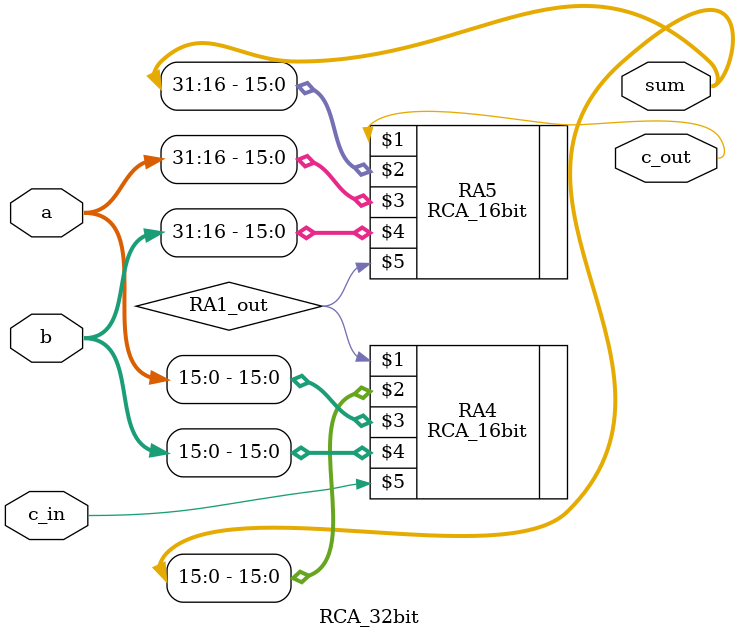
<source format=v>
`timescale 1ns / 1ps


module RCA_32bit(
output c_out, 
output [31:0]sum, 
input [31:0]a, 
input [31:0]b, 
input c_in
);

wire RA1_out;

RCA_16bit RA4 (RA1_out, sum[15:0], a[15:0], b[15:0], c_in);
RCA_16bit RA5 (c_out, sum[31:16], a[31:16], b[31:16], RA1_out);

endmodule

</source>
